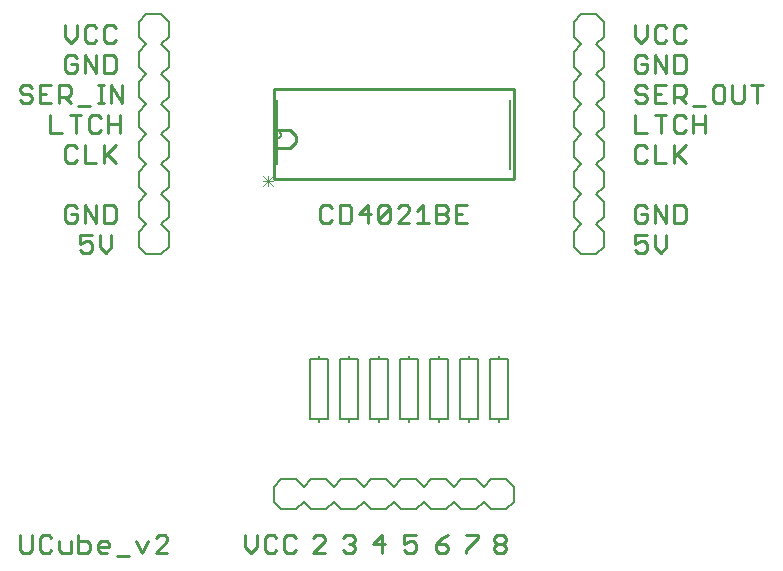
<source format=gto>
G75*
G70*
%OFA0B0*%
%FSLAX24Y24*%
%IPPOS*%
%LPD*%
%AMOC8*
5,1,8,0,0,1.08239X$1,22.5*
%
%ADD10C,0.0110*%
%ADD11C,0.0100*%
%ADD12C,0.0060*%
%ADD13C,0.0030*%
%ADD14C,0.0080*%
D10*
X000754Y000656D02*
X000951Y000656D01*
X001049Y000754D01*
X001049Y001246D01*
X001300Y001148D02*
X001300Y000754D01*
X001399Y000656D01*
X001596Y000656D01*
X001694Y000754D01*
X001945Y000754D02*
X002043Y000656D01*
X002339Y000656D01*
X002339Y001049D01*
X002589Y001049D02*
X002885Y001049D01*
X002983Y000951D01*
X002983Y000754D01*
X002885Y000656D01*
X002589Y000656D01*
X002589Y001246D01*
X001945Y001049D02*
X001945Y000754D01*
X001694Y001148D02*
X001596Y001246D01*
X001399Y001246D01*
X001300Y001148D01*
X000656Y001246D02*
X000656Y000754D01*
X000754Y000656D01*
X003234Y000754D02*
X003234Y000951D01*
X003332Y001049D01*
X003529Y001049D01*
X003628Y000951D01*
X003628Y000853D01*
X003234Y000853D01*
X003234Y000754D02*
X003332Y000656D01*
X003529Y000656D01*
X003878Y000557D02*
X004272Y000557D01*
X004720Y000656D02*
X004917Y001049D01*
X005167Y001148D02*
X005266Y001246D01*
X005463Y001246D01*
X005561Y001148D01*
X005561Y001049D01*
X005167Y000656D01*
X005561Y000656D01*
X004720Y000656D02*
X004523Y001049D01*
X008156Y000853D02*
X008353Y000656D01*
X008549Y000853D01*
X008549Y001246D01*
X008800Y001148D02*
X008800Y000754D01*
X008899Y000656D01*
X009096Y000656D01*
X009194Y000754D01*
X009445Y000754D02*
X009543Y000656D01*
X009740Y000656D01*
X009839Y000754D01*
X009445Y000754D02*
X009445Y001148D01*
X009543Y001246D01*
X009740Y001246D01*
X009839Y001148D01*
X010406Y001148D02*
X010504Y001246D01*
X010701Y001246D01*
X010799Y001148D01*
X010799Y001049D01*
X010406Y000656D01*
X010799Y000656D01*
X011406Y000754D02*
X011504Y000656D01*
X011701Y000656D01*
X011799Y000754D01*
X011799Y000853D01*
X011701Y000951D01*
X011603Y000951D01*
X011701Y000951D02*
X011799Y001049D01*
X011799Y001148D01*
X011701Y001246D01*
X011504Y001246D01*
X011406Y001148D01*
X012406Y000951D02*
X012799Y000951D01*
X012701Y000656D02*
X012701Y001246D01*
X012406Y000951D01*
X013456Y000951D02*
X013653Y001049D01*
X013751Y001049D01*
X013849Y000951D01*
X013849Y000754D01*
X013751Y000656D01*
X013554Y000656D01*
X013456Y000754D01*
X013456Y000951D02*
X013456Y001246D01*
X013849Y001246D01*
X014506Y000951D02*
X014801Y000951D01*
X014899Y000853D01*
X014899Y000754D01*
X014801Y000656D01*
X014604Y000656D01*
X014506Y000754D01*
X014506Y000951D01*
X014703Y001148D01*
X014899Y001246D01*
X015506Y001246D02*
X015899Y001246D01*
X015899Y001148D01*
X015506Y000754D01*
X015506Y000656D01*
X016456Y000754D02*
X016456Y000853D01*
X016554Y000951D01*
X016751Y000951D01*
X016849Y000853D01*
X016849Y000754D01*
X016751Y000656D01*
X016554Y000656D01*
X016456Y000754D01*
X016554Y000951D02*
X016456Y001049D01*
X016456Y001148D01*
X016554Y001246D01*
X016751Y001246D01*
X016849Y001148D01*
X016849Y001049D01*
X016751Y000951D01*
X009194Y001148D02*
X009096Y001246D01*
X008899Y001246D01*
X008800Y001148D01*
X008156Y001246D02*
X008156Y000853D01*
X003497Y010656D02*
X003694Y010853D01*
X003694Y011246D01*
X003300Y011246D02*
X003300Y010853D01*
X003497Y010656D01*
X003049Y010754D02*
X003049Y010951D01*
X002951Y011049D01*
X002853Y011049D01*
X002656Y010951D01*
X002656Y011246D01*
X003049Y011246D01*
X003194Y011656D02*
X003194Y012246D01*
X003445Y012246D02*
X003740Y012246D01*
X003839Y012148D01*
X003839Y011754D01*
X003740Y011656D01*
X003445Y011656D01*
X003445Y012246D01*
X003194Y011656D02*
X002800Y012246D01*
X002800Y011656D01*
X002549Y011754D02*
X002549Y011951D01*
X002353Y011951D01*
X002549Y011754D02*
X002451Y011656D01*
X002254Y011656D01*
X002156Y011754D01*
X002156Y012148D01*
X002254Y012246D01*
X002451Y012246D01*
X002549Y012148D01*
X002656Y010754D02*
X002754Y010656D01*
X002951Y010656D01*
X003049Y010754D01*
X003194Y013656D02*
X002800Y013656D01*
X002800Y014246D01*
X002549Y014148D02*
X002451Y014246D01*
X002254Y014246D01*
X002156Y014148D01*
X002156Y013754D01*
X002254Y013656D01*
X002451Y013656D01*
X002549Y013754D01*
X003445Y013656D02*
X003445Y014246D01*
X003445Y013853D02*
X003839Y014246D01*
X003543Y013951D02*
X003839Y013656D01*
X003983Y014656D02*
X003983Y015246D01*
X003983Y014951D02*
X003589Y014951D01*
X003589Y014656D02*
X003589Y015246D01*
X003339Y015148D02*
X003240Y015246D01*
X003043Y015246D01*
X002945Y015148D01*
X002945Y014754D01*
X003043Y014656D01*
X003240Y014656D01*
X003339Y014754D01*
X002694Y015246D02*
X002300Y015246D01*
X002497Y015246D02*
X002497Y014656D01*
X002049Y014656D02*
X001656Y014656D01*
X001656Y015246D01*
X001694Y015656D02*
X001300Y015656D01*
X001300Y016246D01*
X001694Y016246D01*
X001945Y016246D02*
X002240Y016246D01*
X002339Y016148D01*
X002339Y015951D01*
X002240Y015853D01*
X001945Y015853D01*
X002142Y015853D02*
X002339Y015656D01*
X002589Y015557D02*
X002983Y015557D01*
X003234Y015656D02*
X003431Y015656D01*
X003332Y015656D02*
X003332Y016246D01*
X003234Y016246D02*
X003431Y016246D01*
X003664Y016246D02*
X004057Y015656D01*
X004057Y016246D01*
X003664Y016246D02*
X003664Y015656D01*
X003740Y016656D02*
X003445Y016656D01*
X003445Y017246D01*
X003740Y017246D01*
X003839Y017148D01*
X003839Y016754D01*
X003740Y016656D01*
X003194Y016656D02*
X003194Y017246D01*
X002800Y017246D02*
X003194Y016656D01*
X002800Y016656D02*
X002800Y017246D01*
X002549Y017148D02*
X002451Y017246D01*
X002254Y017246D01*
X002156Y017148D01*
X002156Y016754D01*
X002254Y016656D01*
X002451Y016656D01*
X002549Y016754D01*
X002549Y016951D01*
X002353Y016951D01*
X002353Y017656D02*
X002549Y017853D01*
X002549Y018246D01*
X002800Y018148D02*
X002800Y017754D01*
X002899Y017656D01*
X003096Y017656D01*
X003194Y017754D01*
X003445Y017754D02*
X003543Y017656D01*
X003740Y017656D01*
X003839Y017754D01*
X003445Y017754D02*
X003445Y018148D01*
X003543Y018246D01*
X003740Y018246D01*
X003839Y018148D01*
X003194Y018148D02*
X003096Y018246D01*
X002899Y018246D01*
X002800Y018148D01*
X002156Y018246D02*
X002156Y017853D01*
X002353Y017656D01*
X001945Y016246D02*
X001945Y015656D01*
X001497Y015951D02*
X001300Y015951D01*
X001049Y015853D02*
X001049Y015754D01*
X000951Y015656D01*
X000754Y015656D01*
X000656Y015754D01*
X000754Y015951D02*
X000951Y015951D01*
X001049Y015853D01*
X001049Y016148D02*
X000951Y016246D01*
X000754Y016246D01*
X000656Y016148D01*
X000656Y016049D01*
X000754Y015951D01*
X009656Y014746D02*
X009853Y014549D01*
X009853Y014353D01*
X009656Y014156D01*
X010754Y012246D02*
X010656Y012148D01*
X010656Y011754D01*
X010754Y011656D01*
X010951Y011656D01*
X011049Y011754D01*
X011300Y011656D02*
X011596Y011656D01*
X011694Y011754D01*
X011694Y012148D01*
X011596Y012246D01*
X011300Y012246D01*
X011300Y011656D01*
X011945Y011951D02*
X012339Y011951D01*
X012240Y011656D02*
X012240Y012246D01*
X011945Y011951D01*
X012589Y011754D02*
X012688Y011656D01*
X012885Y011656D01*
X012983Y011754D01*
X012983Y012148D01*
X012589Y011754D01*
X012589Y012148D01*
X012688Y012246D01*
X012885Y012246D01*
X012983Y012148D01*
X013234Y012148D02*
X013332Y012246D01*
X013529Y012246D01*
X013628Y012148D01*
X013628Y012049D01*
X013234Y011656D01*
X013628Y011656D01*
X013878Y011656D02*
X014272Y011656D01*
X014075Y011656D02*
X014075Y012246D01*
X013878Y012049D01*
X014523Y011951D02*
X014818Y011951D01*
X014917Y011853D01*
X014917Y011754D01*
X014818Y011656D01*
X014523Y011656D01*
X014523Y012246D01*
X014818Y012246D01*
X014917Y012148D01*
X014917Y012049D01*
X014818Y011951D01*
X015167Y011951D02*
X015364Y011951D01*
X015167Y012246D02*
X015167Y011656D01*
X015561Y011656D01*
X015561Y012246D02*
X015167Y012246D01*
X011049Y012148D02*
X010951Y012246D01*
X010754Y012246D01*
X021156Y012148D02*
X021156Y011754D01*
X021254Y011656D01*
X021451Y011656D01*
X021549Y011754D01*
X021549Y011951D01*
X021353Y011951D01*
X021549Y012148D02*
X021451Y012246D01*
X021254Y012246D01*
X021156Y012148D01*
X021800Y012246D02*
X022194Y011656D01*
X022194Y012246D01*
X022445Y012246D02*
X022740Y012246D01*
X022839Y012148D01*
X022839Y011754D01*
X022740Y011656D01*
X022445Y011656D01*
X022445Y012246D01*
X021800Y012246D02*
X021800Y011656D01*
X021800Y011246D02*
X021800Y010853D01*
X021997Y010656D01*
X022194Y010853D01*
X022194Y011246D01*
X021549Y011246D02*
X021156Y011246D01*
X021156Y010951D01*
X021353Y011049D01*
X021451Y011049D01*
X021549Y010951D01*
X021549Y010754D01*
X021451Y010656D01*
X021254Y010656D01*
X021156Y010754D01*
X021254Y013656D02*
X021451Y013656D01*
X021549Y013754D01*
X021800Y013656D02*
X022194Y013656D01*
X022445Y013656D02*
X022445Y014246D01*
X022445Y013853D02*
X022839Y014246D01*
X022543Y013951D02*
X022839Y013656D01*
X021800Y013656D02*
X021800Y014246D01*
X021549Y014148D02*
X021451Y014246D01*
X021254Y014246D01*
X021156Y014148D01*
X021156Y013754D01*
X021254Y013656D01*
X021156Y014656D02*
X021549Y014656D01*
X021156Y014656D02*
X021156Y015246D01*
X021254Y015656D02*
X021156Y015754D01*
X021254Y015656D02*
X021451Y015656D01*
X021549Y015754D01*
X021549Y015853D01*
X021451Y015951D01*
X021254Y015951D01*
X021156Y016049D01*
X021156Y016148D01*
X021254Y016246D01*
X021451Y016246D01*
X021549Y016148D01*
X021800Y016246D02*
X021800Y015656D01*
X022194Y015656D01*
X022445Y015656D02*
X022445Y016246D01*
X022740Y016246D01*
X022839Y016148D01*
X022839Y015951D01*
X022740Y015853D01*
X022445Y015853D01*
X022642Y015853D02*
X022839Y015656D01*
X023089Y015557D02*
X023483Y015557D01*
X023734Y015754D02*
X023832Y015656D01*
X024029Y015656D01*
X024128Y015754D01*
X024128Y016148D01*
X024029Y016246D01*
X023832Y016246D01*
X023734Y016148D01*
X023734Y015754D01*
X024378Y015754D02*
X024378Y016246D01*
X024772Y016246D02*
X024772Y015754D01*
X024674Y015656D01*
X024477Y015656D01*
X024378Y015754D01*
X025023Y016246D02*
X025417Y016246D01*
X025220Y016246D02*
X025220Y015656D01*
X023483Y015246D02*
X023483Y014656D01*
X023483Y014951D02*
X023089Y014951D01*
X023089Y014656D02*
X023089Y015246D01*
X022839Y015148D02*
X022740Y015246D01*
X022543Y015246D01*
X022445Y015148D01*
X022445Y014754D01*
X022543Y014656D01*
X022740Y014656D01*
X022839Y014754D01*
X022194Y015246D02*
X021800Y015246D01*
X021997Y015246D02*
X021997Y014656D01*
X021997Y015951D02*
X021800Y015951D01*
X021800Y016246D02*
X022194Y016246D01*
X022194Y016656D02*
X022194Y017246D01*
X022445Y017246D02*
X022740Y017246D01*
X022839Y017148D01*
X022839Y016754D01*
X022740Y016656D01*
X022445Y016656D01*
X022445Y017246D01*
X022543Y017656D02*
X022740Y017656D01*
X022839Y017754D01*
X022543Y017656D02*
X022445Y017754D01*
X022445Y018148D01*
X022543Y018246D01*
X022740Y018246D01*
X022839Y018148D01*
X022194Y018148D02*
X022096Y018246D01*
X021899Y018246D01*
X021800Y018148D01*
X021800Y017754D01*
X021899Y017656D01*
X022096Y017656D01*
X022194Y017754D01*
X021800Y017246D02*
X022194Y016656D01*
X021800Y016656D02*
X021800Y017246D01*
X021549Y017148D02*
X021451Y017246D01*
X021254Y017246D01*
X021156Y017148D01*
X021156Y016754D01*
X021254Y016656D01*
X021451Y016656D01*
X021549Y016754D01*
X021549Y016951D01*
X021353Y016951D01*
X021353Y017656D02*
X021549Y017853D01*
X021549Y018246D01*
X021156Y018246D02*
X021156Y017853D01*
X021353Y017656D01*
D11*
X017101Y016101D02*
X009101Y016101D01*
X009101Y013101D01*
X017101Y013101D01*
X017101Y016101D01*
X009651Y014751D02*
X009251Y014751D01*
X009251Y014151D02*
X009651Y014151D01*
D12*
X009221Y014481D02*
X009221Y013621D01*
X009221Y014481D02*
X009221Y014721D01*
X009221Y015751D01*
X009221Y014721D02*
X009242Y014719D01*
X009262Y014714D01*
X009281Y014705D01*
X009298Y014693D01*
X009313Y014678D01*
X009325Y014661D01*
X009334Y014642D01*
X009339Y014622D01*
X009341Y014601D01*
X009339Y014580D01*
X009334Y014560D01*
X009325Y014541D01*
X009313Y014524D01*
X009298Y014509D01*
X009281Y014497D01*
X009262Y014488D01*
X009242Y014483D01*
X009221Y014481D01*
X016981Y013451D02*
X016981Y015751D01*
D13*
X009067Y013199D02*
X008754Y012886D01*
X008754Y013043D02*
X009067Y013043D01*
X009067Y012886D02*
X008754Y013199D01*
X008911Y013199D02*
X008911Y012886D01*
D14*
X005601Y012851D02*
X005351Y012601D01*
X005601Y012351D01*
X005601Y011851D01*
X005351Y011601D01*
X005601Y011351D01*
X005601Y010851D01*
X005351Y010601D01*
X004851Y010601D01*
X004601Y010851D01*
X004601Y011351D01*
X004851Y011601D01*
X004601Y011851D01*
X004601Y012351D01*
X004851Y012601D01*
X004601Y012851D01*
X004601Y013351D01*
X004851Y013601D01*
X004601Y013851D01*
X004601Y014351D01*
X004851Y014601D01*
X004601Y014851D01*
X004601Y015351D01*
X004851Y015601D01*
X004601Y015851D01*
X004601Y016351D01*
X004851Y016601D01*
X004601Y016851D01*
X004601Y017351D01*
X004851Y017601D01*
X004601Y017851D01*
X004601Y018351D01*
X004851Y018601D01*
X005351Y018601D01*
X005601Y018351D01*
X005601Y017851D01*
X005351Y017601D01*
X005601Y017351D01*
X005601Y016851D01*
X005351Y016601D01*
X005601Y016351D01*
X005601Y015851D01*
X005351Y015601D01*
X005601Y015351D01*
X005601Y014851D01*
X005351Y014601D01*
X005601Y014351D01*
X005601Y013851D01*
X005351Y013601D01*
X005601Y013351D01*
X005601Y012851D01*
X010601Y007201D02*
X010601Y007101D01*
X010901Y007101D01*
X010901Y005101D01*
X010601Y005101D01*
X010601Y005001D01*
X010601Y005101D02*
X010301Y005101D01*
X010301Y007101D01*
X010601Y007101D01*
X011301Y007101D02*
X011601Y007101D01*
X011601Y007201D01*
X011601Y007101D02*
X011901Y007101D01*
X011901Y005101D01*
X011601Y005101D01*
X011601Y005001D01*
X011601Y005101D02*
X011301Y005101D01*
X011301Y007101D01*
X012301Y007101D02*
X012601Y007101D01*
X012601Y007201D01*
X012601Y007101D02*
X012901Y007101D01*
X012901Y005101D01*
X012601Y005101D01*
X012601Y005001D01*
X012601Y005101D02*
X012301Y005101D01*
X012301Y007101D01*
X013301Y007101D02*
X013601Y007101D01*
X013601Y007201D01*
X013601Y007101D02*
X013901Y007101D01*
X013901Y005101D01*
X013601Y005101D01*
X013601Y005001D01*
X013601Y005101D02*
X013301Y005101D01*
X013301Y007101D01*
X014301Y007101D02*
X014601Y007101D01*
X014601Y007201D01*
X014601Y007101D02*
X014901Y007101D01*
X014901Y005101D01*
X014601Y005101D01*
X014601Y005001D01*
X014601Y005101D02*
X014301Y005101D01*
X014301Y007101D01*
X015301Y007101D02*
X015601Y007101D01*
X015601Y007201D01*
X015601Y007101D02*
X015901Y007101D01*
X015901Y005101D01*
X015601Y005101D01*
X015601Y005001D01*
X015601Y005101D02*
X015301Y005101D01*
X015301Y007101D01*
X016301Y007101D02*
X016601Y007101D01*
X016601Y007201D01*
X016601Y007101D02*
X016901Y007101D01*
X016901Y005101D01*
X016601Y005101D01*
X016601Y005001D01*
X016601Y005101D02*
X016301Y005101D01*
X016301Y007101D01*
X019351Y010601D02*
X019101Y010851D01*
X019101Y011351D01*
X019351Y011601D01*
X019101Y011851D01*
X019101Y012351D01*
X019351Y012601D01*
X019101Y012851D01*
X019101Y013351D01*
X019351Y013601D01*
X019101Y013851D01*
X019101Y014351D01*
X019351Y014601D01*
X019101Y014851D01*
X019101Y015351D01*
X019351Y015601D01*
X019101Y015851D01*
X019101Y016351D01*
X019351Y016601D01*
X019101Y016851D01*
X019101Y017351D01*
X019351Y017601D01*
X019101Y017851D01*
X019101Y018351D01*
X019351Y018601D01*
X019851Y018601D01*
X020101Y018351D01*
X020101Y017851D01*
X019851Y017601D01*
X020101Y017351D01*
X020101Y016851D01*
X019851Y016601D01*
X020101Y016351D01*
X020101Y015851D01*
X019851Y015601D01*
X020101Y015351D01*
X020101Y014851D01*
X019851Y014601D01*
X020101Y014351D01*
X020101Y013851D01*
X019851Y013601D01*
X020101Y013351D01*
X020101Y012851D01*
X019851Y012601D01*
X020101Y012351D01*
X020101Y011851D01*
X019851Y011601D01*
X020101Y011351D01*
X020101Y010851D01*
X019851Y010601D01*
X019351Y010601D01*
X016851Y003101D02*
X016351Y003101D01*
X016101Y002851D01*
X015851Y003101D01*
X015351Y003101D01*
X015101Y002851D01*
X014851Y003101D01*
X014351Y003101D01*
X014101Y002851D01*
X013851Y003101D01*
X013351Y003101D01*
X013101Y002851D01*
X012851Y003101D01*
X012351Y003101D01*
X012101Y002851D01*
X011851Y003101D01*
X011351Y003101D01*
X011101Y002851D01*
X010851Y003101D01*
X010351Y003101D01*
X010101Y002851D01*
X009851Y003101D01*
X009351Y003101D01*
X009101Y002851D01*
X009101Y002351D01*
X009351Y002101D01*
X009851Y002101D01*
X010101Y002351D01*
X010351Y002101D01*
X010851Y002101D01*
X011101Y002351D01*
X011351Y002101D01*
X011851Y002101D01*
X012101Y002351D01*
X012351Y002101D01*
X012851Y002101D01*
X013101Y002351D01*
X013351Y002101D01*
X013851Y002101D01*
X014101Y002351D01*
X014351Y002101D01*
X014851Y002101D01*
X015101Y002351D01*
X015351Y002101D01*
X015851Y002101D01*
X016101Y002351D01*
X016351Y002101D01*
X016851Y002101D01*
X017101Y002351D01*
X017101Y002851D01*
X016851Y003101D01*
M02*

</source>
